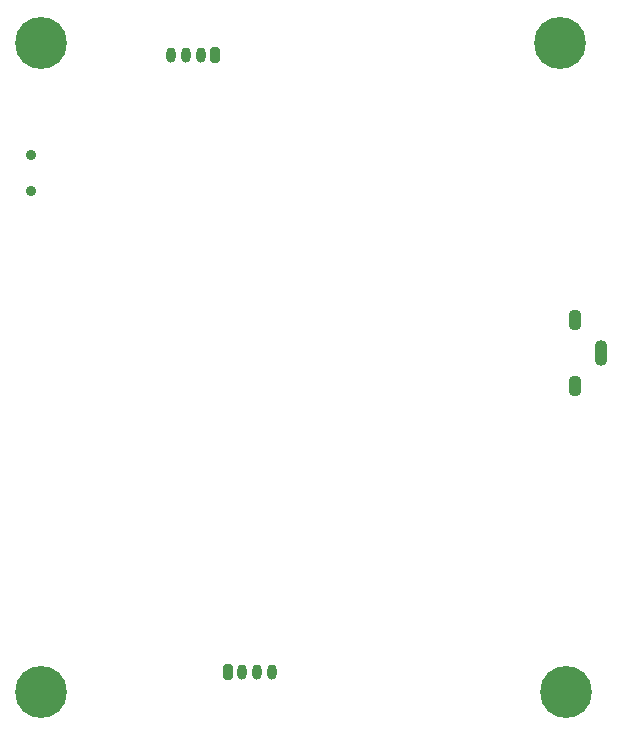
<source format=gbr>
%TF.GenerationSoftware,KiCad,Pcbnew,9.0.0*%
%TF.CreationDate,2025-03-16T21:38:05-04:00*%
%TF.ProjectId,STM32_Dev_Board,53544d33-325f-4446-9576-5f426f617264,rev?*%
%TF.SameCoordinates,Original*%
%TF.FileFunction,Soldermask,Bot*%
%TF.FilePolarity,Negative*%
%FSLAX46Y46*%
G04 Gerber Fmt 4.6, Leading zero omitted, Abs format (unit mm)*
G04 Created by KiCad (PCBNEW 9.0.0) date 2025-03-16 21:38:05*
%MOMM*%
%LPD*%
G01*
G04 APERTURE LIST*
G04 Aperture macros list*
%AMRoundRect*
0 Rectangle with rounded corners*
0 $1 Rounding radius*
0 $2 $3 $4 $5 $6 $7 $8 $9 X,Y pos of 4 corners*
0 Add a 4 corners polygon primitive as box body*
4,1,4,$2,$3,$4,$5,$6,$7,$8,$9,$2,$3,0*
0 Add four circle primitives for the rounded corners*
1,1,$1+$1,$2,$3*
1,1,$1+$1,$4,$5*
1,1,$1+$1,$6,$7*
1,1,$1+$1,$8,$9*
0 Add four rect primitives between the rounded corners*
20,1,$1+$1,$2,$3,$4,$5,0*
20,1,$1+$1,$4,$5,$6,$7,0*
20,1,$1+$1,$6,$7,$8,$9,0*
20,1,$1+$1,$8,$9,$2,$3,0*%
G04 Aperture macros list end*
%ADD10C,0.700000*%
%ADD11C,4.400000*%
%ADD12RoundRect,0.200000X-0.200000X-0.450000X0.200000X-0.450000X0.200000X0.450000X-0.200000X0.450000X0*%
%ADD13O,0.800000X1.300000*%
%ADD14O,1.100000X1.800000*%
%ADD15O,1.100000X2.200000*%
%ADD16RoundRect,0.200000X0.200000X0.450000X-0.200000X0.450000X-0.200000X-0.450000X0.200000X-0.450000X0*%
%ADD17C,0.900000*%
G04 APERTURE END LIST*
D10*
%TO.C,H4*%
X161850000Y-142000000D03*
X162333274Y-140833274D03*
X162333274Y-143166726D03*
X163500000Y-140350000D03*
D11*
X163500000Y-142000000D03*
D10*
X163500000Y-143650000D03*
X164666726Y-140833274D03*
X164666726Y-143166726D03*
X165150000Y-142000000D03*
%TD*%
D12*
%TO.C,J4*%
X134825000Y-140300000D03*
D13*
X136075000Y-140300000D03*
X137325000Y-140300000D03*
X138575000Y-140300000D03*
%TD*%
D10*
%TO.C,H1*%
X117350000Y-142000000D03*
X117833274Y-140833274D03*
X117833274Y-143166726D03*
X119000000Y-140350000D03*
D11*
X119000000Y-142000000D03*
D10*
X119000000Y-143650000D03*
X120166726Y-140833274D03*
X120166726Y-143166726D03*
X120650000Y-142000000D03*
%TD*%
%TO.C,H2*%
X161350000Y-87000000D03*
X161833274Y-85833274D03*
X161833274Y-88166726D03*
X163000000Y-85350000D03*
D11*
X163000000Y-87000000D03*
D10*
X163000000Y-88650000D03*
X164166726Y-85833274D03*
X164166726Y-88166726D03*
X164650000Y-87000000D03*
%TD*%
D14*
%TO.C,J2*%
X164250000Y-116050000D03*
D15*
X166400000Y-113250000D03*
D14*
X164250000Y-110450000D03*
%TD*%
D16*
%TO.C,J3*%
X133775000Y-88000000D03*
D13*
X132525000Y-88000000D03*
X131275000Y-88000000D03*
X130025000Y-88000000D03*
%TD*%
D10*
%TO.C,H3*%
X117350000Y-87000000D03*
X117833274Y-85833274D03*
X117833274Y-88166726D03*
X119000000Y-85350000D03*
D11*
X119000000Y-87000000D03*
D10*
X119000000Y-88650000D03*
X120166726Y-85833274D03*
X120166726Y-88166726D03*
X120650000Y-87000000D03*
%TD*%
D17*
%TO.C,SW1*%
X118170000Y-96500000D03*
X118170000Y-99500000D03*
%TD*%
M02*

</source>
